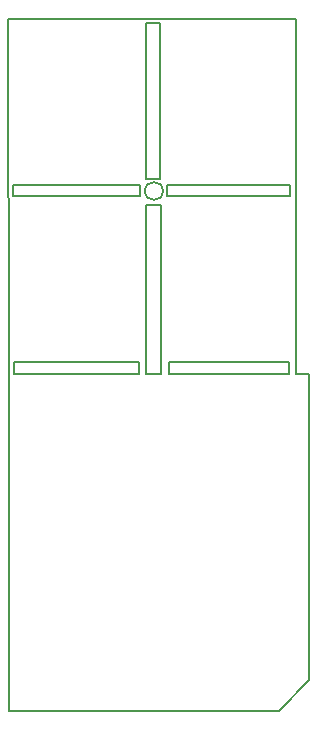
<source format=gbr>
G04 #@! TF.GenerationSoftware,KiCad,Pcbnew,6.0.9*
G04 #@! TF.CreationDate,2022-11-13T16:30:06+01:00*
G04 #@! TF.ProjectId,mikro-spiflash,6d696b72-6f2d-4737-9069-666c6173682e,rev?*
G04 #@! TF.SameCoordinates,Original*
G04 #@! TF.FileFunction,Profile,NP*
%FSLAX46Y46*%
G04 Gerber Fmt 4.6, Leading zero omitted, Abs format (unit mm)*
G04 Created by KiCad (PCBNEW 6.0.9) date 2022-11-13 16:30:06*
%MOMM*%
%LPD*%
G01*
G04 APERTURE LIST*
G04 #@! TA.AperFunction,Profile*
%ADD10C,0.150000*%
G04 #@! TD*
G04 APERTURE END LIST*
D10*
X99314000Y-24130000D02*
X99314000Y-25019000D01*
X88519000Y-25019000D02*
X88519000Y-24130000D01*
X88646000Y-24130000D02*
X88519000Y-24130000D01*
X101219000Y-24638000D02*
G75*
G03*
X101219000Y-24638000I-762000J0D01*
G01*
X99822000Y-10414000D02*
X99822000Y-23622000D01*
X100965000Y-10414000D02*
X99822000Y-10414000D01*
X100965000Y-23622000D02*
X100965000Y-10414000D01*
X99822000Y-23622000D02*
X100965000Y-23622000D01*
X99314000Y-25019000D02*
X88519000Y-25019000D01*
X88646000Y-24130000D02*
X99314000Y-24130000D01*
X88646000Y-40132000D02*
X99187000Y-40132000D01*
X88646000Y-39116000D02*
X88646000Y-40132000D01*
X99187000Y-39116000D02*
X88646000Y-39116000D01*
X99187000Y-40132000D02*
X99187000Y-39116000D01*
X99822000Y-40132000D02*
X101092000Y-40132000D01*
X99822000Y-25781000D02*
X99822000Y-40132000D01*
X101092000Y-25781000D02*
X99822000Y-25781000D01*
X101092000Y-40132000D02*
X101092000Y-25781000D01*
X101600000Y-24130000D02*
X112014000Y-24130000D01*
X101600000Y-25019000D02*
X101600000Y-24130000D01*
X112014000Y-25019000D02*
X101600000Y-25019000D01*
X112014000Y-24130000D02*
X112014000Y-25019000D01*
X111887000Y-39116000D02*
X111887000Y-40132000D01*
X101727000Y-39116000D02*
X111887000Y-39116000D01*
X101727000Y-40132000D02*
X101727000Y-39116000D01*
X111887000Y-40132000D02*
X101727000Y-40132000D01*
X113562000Y-40132000D02*
X112522000Y-40132000D01*
X112522000Y-10033000D02*
X112522000Y-40132000D01*
X88138000Y-10033000D02*
X112522000Y-10033000D01*
X88162000Y-40132000D02*
X88138000Y-10033000D01*
X88162000Y-40132000D02*
X88162000Y-42418000D01*
X113562000Y-40132000D02*
X113562000Y-42418000D01*
X88162000Y-42418000D02*
X88162000Y-68643500D01*
X113562000Y-66040000D02*
X113562000Y-42418000D01*
X111022000Y-68643500D02*
X113562000Y-66040000D01*
X88162000Y-68643500D02*
X111022000Y-68643500D01*
M02*

</source>
